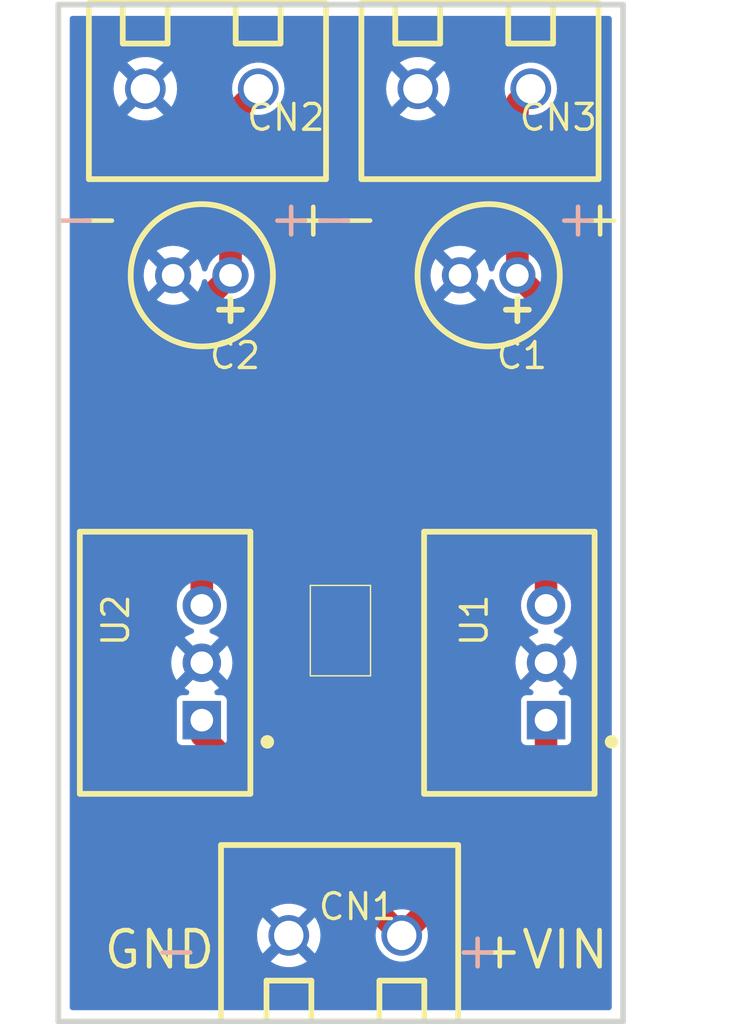
<source format=kicad_pcb>
(kicad_pcb (version 20221018) (generator pcbnew)
  (layers (0 "F.Cu" signal) (31 "B.Cu" signal) (34 "B.Paste" user) (35 "F.Paste" user) (36 "B.SilkS" user "B.Silkscreen") (37 "F.SilkS" user "F.Silkscreen") (38 "B.Mask" user) (39 "F.Mask" user) (44 "Edge.Cuts" user))
  (net 0 "")
  (net 1 "CN1_2")
  (net 2 "CN3_1")
  (net 3 "CN2_1")
  (net 4 "GND")
  (footprint "easyeda:CONN-TH_2P-P5.00_MX126-5.0-GN01-02P-CU-S-A" (layer "F.Cu") (at 133.985 70.866 180)
    (fp_text reference "CN2" (at -1.905 -1.27 180) (layer "F.SilkS") (effects (font (size 1.143 1.143) (thickness 0.152)) (justify left)))
    (fp_text value "MX126-5.0-GN01-02P-CU-S-A" hide)
    (fp_line (start -5.5 -4) (end -5.5 3.8) (stroke (width 0.254)) (layer "F.SilkS"))
    (fp_line (start -5.5 3.8) (end 5 3.8) (stroke (width 0.254)) (layer "F.SilkS"))
    (fp_line (start -3.486 2) (end -1.5 2) (stroke (width 0.254)) (layer "F.SilkS"))
    (fp_line (start -3.486 3.8) (end -3.486 2) (stroke (width 0.254)) (layer "F.SilkS"))
    (fp_line (start -1.5 2) (end -1.5 3.8) (stroke (width 0.254)) (layer "F.SilkS"))
    (fp_line (start 1.513 2) (end 3.5 2) (stroke (width 0.254)) (layer "F.SilkS"))
    (fp_line (start 1.513 3.8) (end 1.513 2) (stroke (width 0.254)) (layer "F.SilkS"))
    (fp_line (start 3.5 2) (end 3.5 3.8) (stroke (width 0.254)) (layer "F.SilkS"))
    (fp_line (start 5 -4) (end -5.5 -4) (stroke (width 0.254)) (layer "F.SilkS"))
    (fp_line (start 5 3.8) (end 5 -4) (stroke (width 0.254)) (layer "F.SilkS"))
    (pad "1" thru_hole circle (at -2.5 0 180) (size 1.8 1.8) (drill 1.3) (layers "*.Cu" "*.Paste" "*.Mask") (net 3 "CN2_1"))
    (pad "2" thru_hole circle (at 2.5 0 180) (size 1.8 1.8) (drill 1.3) (layers "*.Cu" "*.Paste" "*.Mask") (net 4 "GND"))
  )
  (footprint "easyeda:CONN-TH_2P-P5.00_MX126-5.0-GN01-02P-CU-S-A" (layer "F.Cu") (at 146.05 70.866 180)
    (fp_text reference "CN3" (at -1.905 -1.27 180) (layer "F.SilkS") (effects (font (size 1.143 1.143) (thickness 0.152)) (justify left)))
    (fp_text value "MX126-5.0-GN01-02P-CU-S-A" hide)
    (fp_line (start -5.5 -4) (end -5.5 3.8) (stroke (width 0.254)) (layer "F.SilkS"))
    (fp_line (start -5.5 3.8) (end 5 3.8) (stroke (width 0.254)) (layer "F.SilkS"))
    (fp_line (start -3.486 2) (end -1.5 2) (stroke (width 0.254)) (layer "F.SilkS"))
    (fp_line (start -3.486 3.8) (end -3.486 2) (stroke (width 0.254)) (layer "F.SilkS"))
    (fp_line (start -1.5 2) (end -1.5 3.8) (stroke (width 0.254)) (layer "F.SilkS"))
    (fp_line (start 1.513 2) (end 3.5 2) (stroke (width 0.254)) (layer "F.SilkS"))
    (fp_line (start 1.513 3.8) (end 1.513 2) (stroke (width 0.254)) (layer "F.SilkS"))
    (fp_line (start 3.5 2) (end 3.5 3.8) (stroke (width 0.254)) (layer "F.SilkS"))
    (fp_line (start 5 -4) (end -5.5 -4) (stroke (width 0.254)) (layer "F.SilkS"))
    (fp_line (start 5 3.8) (end 5 -4) (stroke (width 0.254)) (layer "F.SilkS"))
    (pad "1" thru_hole circle (at -2.5 0 180) (size 1.8 1.8) (drill 1.3) (layers "*.Cu" "*.Paste" "*.Mask") (net 2 "CN3_1"))
    (pad "2" thru_hole circle (at 2.5 0 180) (size 1.8 1.8) (drill 1.3) (layers "*.Cu" "*.Paste" "*.Mask") (net 4 "GND"))
  )
  (footprint "easyeda:CAP-TH_BD6.3-P2.50-D1.0-FD" (layer "F.Cu") (at 133.985 79.121 180)
    (fp_text reference "C2" (at -0.254 -3.556 180) (layer "F.SilkS") (effects (font (size 1.143 1.143) (thickness 0.152)) (justify left)))
    (fp_text value "100uF" hide)
    (fp_line (start -1.778 -1.524) (end -0.762 -1.524) (stroke (width 0.254)) (layer "F.SilkS"))
    (fp_line (start -1.27 -2.032) (end -1.27 -1.016) (stroke (width 0.254)) (layer "F.SilkS"))
    (fp_circle (center 0 0) (end 3.15 0) (stroke (width 0.254)) (fill none) (layer "F.SilkS"))
    (pad "1" thru_hole circle (at -1.27 0 180) (size 1.6 1.6) (drill 1) (layers "*.Cu" "*.Paste" "*.Mask") (net 3 "CN2_1"))
    (pad "2" thru_hole circle (at 1.27 0 180) (size 1.6 1.6) (drill 1) (layers "*.Cu" "*.Paste" "*.Mask") (net 4 "GND"))
  )
  (footprint "easyeda:PWRM-TH_K78XX-500R3" (layer "F.Cu") (at 133.985 96.266 -90)
    (fp_text reference "U2" (at -0.635 3.81 -90) (layer "F.SilkS") (effects (font (size 1.143 1.143) (thickness 0.152)) (justify left)))
    (fp_text value "K7812-500R3" hide)
    (fp_line (start -5.8 -2.15) (end 5.8 -2.15) (stroke (width 0.254)) (layer "F.SilkS"))
    (fp_line (start -5.8 5.4) (end -5.8 -2.15) (stroke (width 0.254)) (layer "F.SilkS"))
    (fp_line (start 5.8 -2.15) (end 5.8 5.4) (stroke (width 0.254)) (layer "F.SilkS"))
    (fp_line (start 5.8 5.4) (end -5.8 5.4) (stroke (width 0.254)) (layer "F.SilkS"))
    (fp_circle (center 3.5 -2.9) (end 3.65 -2.9) (stroke (width 0.3)) (fill none) (layer "F.SilkS"))
    (pad "1" thru_hole rect (at 2.54 0 90) (size 1.7 1.7) (drill 1) (layers "*.Cu" "*.Paste" "*.Mask") (net 1 "CN1_2"))
    (pad "2" thru_hole circle (at 0 0 90) (size 1.7 1.7) (drill 1) (layers "*.Cu" "*.Paste" "*.Mask") (net 4 "GND"))
    (pad "3" thru_hole circle (at -2.54 0 90) (size 1.7 1.7) (drill 1) (layers "*.Cu" "*.Paste" "*.Mask") (net 3 "CN2_1"))
  )
  (footprint "easyeda:CAP-TH_BD6.3-P2.50-D1.0-FD" (layer "F.Cu") (at 146.685 79.121 180)
    (fp_text reference "C1" (at -0.254 -3.556 180) (layer "F.SilkS") (effects (font (size 1.143 1.143) (thickness 0.152)) (justify left)))
    (fp_text value "100uF" hide)
    (fp_line (start -1.778 -1.524) (end -0.762 -1.524) (stroke (width 0.254)) (layer "F.SilkS"))
    (fp_line (start -1.27 -2.032) (end -1.27 -1.016) (stroke (width 0.254)) (layer "F.SilkS"))
    (fp_circle (center 0 0) (end 3.15 0) (stroke (width 0.254)) (fill none) (layer "F.SilkS"))
    (pad "1" thru_hole circle (at -1.27 0 180) (size 1.6 1.6) (drill 1) (layers "*.Cu" "*.Paste" "*.Mask") (net 2 "CN3_1"))
    (pad "2" thru_hole circle (at 1.27 0 180) (size 1.6 1.6) (drill 1) (layers "*.Cu" "*.Paste" "*.Mask") (net 4 "GND"))
  )
  (footprint "easyeda:CONN-TH_2P-P5.00_MX126-5.0-GN01-02P-CU-S-A" (layer "F.Cu") (at 140.335 108.331)
    (fp_text reference "CN1" (at -1.27 -1.27) (layer "F.SilkS") (effects (font (size 1.143 1.143) (thickness 0.152)) (justify left)))
    (fp_text value "MX126-5.0-GN01-02P-CU-S-A" hide)
    (fp_line (start -5.5 -4) (end -5.5 3.8) (stroke (width 0.254)) (layer "F.SilkS"))
    (fp_line (start -5.5 3.8) (end 5 3.8) (stroke (width 0.254)) (layer "F.SilkS"))
    (fp_line (start -3.486 2) (end -1.5 2) (stroke (width 0.254)) (layer "F.SilkS"))
    (fp_line (start -3.486 3.8) (end -3.486 2) (stroke (width 0.254)) (layer "F.SilkS"))
    (fp_line (start -1.5 2) (end -1.5 3.8) (stroke (width 0.254)) (layer "F.SilkS"))
    (fp_line (start 1.513 2) (end 3.5 2) (stroke (width 0.254)) (layer "F.SilkS"))
    (fp_line (start 1.513 3.8) (end 1.513 2) (stroke (width 0.254)) (layer "F.SilkS"))
    (fp_line (start 3.5 2) (end 3.5 3.8) (stroke (width 0.254)) (layer "F.SilkS"))
    (fp_line (start 5 -4) (end -5.5 -4) (stroke (width 0.254)) (layer "F.SilkS"))
    (fp_line (start 5 3.8) (end 5 -4) (stroke (width 0.254)) (layer "F.SilkS"))
    (pad "1" thru_hole circle (at -2.5 0) (size 1.8 1.8) (drill 1.3) (layers "*.Cu" "*.Paste" "*.Mask") (net 4 "GND"))
    (pad "2" thru_hole circle (at 2.5 0) (size 1.8 1.8) (drill 1.3) (layers "*.Cu" "*.Paste" "*.Mask") (net 1 "CN1_2"))
  )
  (footprint "easyeda:PWRM-TH_K78XX-500R3" (layer "F.Cu") (at 149.225 96.266 -90)
    (fp_text reference "U1" (at -0.635 3.175 -90) (layer "F.SilkS") (effects (font (size 1.143 1.143) (thickness 0.152)) (justify left)))
    (fp_text value "K7805-500R3" hide)
    (fp_line (start -5.8 -2.15) (end 5.8 -2.15) (stroke (width 0.254)) (layer "F.SilkS"))
    (fp_line (start -5.8 5.4) (end -5.8 -2.15) (stroke (width 0.254)) (layer "F.SilkS"))
    (fp_line (start 5.8 -2.15) (end 5.8 5.4) (stroke (width 0.254)) (layer "F.SilkS"))
    (fp_line (start 5.8 5.4) (end -5.8 5.4) (stroke (width 0.254)) (layer "F.SilkS"))
    (fp_circle (center 3.5 -2.9) (end 3.65 -2.9) (stroke (width 0.3)) (fill none) (layer "F.SilkS"))
    (pad "1" thru_hole rect (at 2.54 0 90) (size 1.7 1.7) (drill 1) (layers "*.Cu" "*.Paste" "*.Mask") (net 1 "CN1_2"))
    (pad "2" thru_hole circle (at 0 0 90) (size 1.7 1.7) (drill 1) (layers "*.Cu" "*.Paste" "*.Mask") (net 4 "GND"))
    (pad "3" thru_hole circle (at -2.54 0 90) (size 1.7 1.7) (drill 1) (layers "*.Cu" "*.Paste" "*.Mask") (net 2 "CN3_1"))
  )
  (gr_line (start 127.635 67.141) (end 152.635 67.141) (stroke (width 0.254)) (layer "Edge.Cuts"))
  (gr_line (start 152.635 67.141) (end 152.635 112.141) (stroke (width 0.254)) (layer "Edge.Cuts"))
  (gr_line (start 152.635 112.141) (end 127.635 112.141) (stroke (width 0.254)) (layer "Edge.Cuts"))
  (gr_line (start 127.635 112.141) (end 127.635 67.141) (stroke (width 0.254)) (layer "Edge.Cuts"))
  (gr_text "+" (at 139.065 76.581) (layer "B.SilkS") (effects (font (size 1.6 1.6) (thickness 0.203)) (justify left mirror)))
  (gr_text "-" (at 133.985 108.966) (layer "B.SilkS") (effects (font (size 1.6 1.6) (thickness 0.203)) (justify left mirror)))
  (gr_text "-" (at 129.54 76.581) (layer "B.SilkS") (effects (font (size 1.6 1.6) (thickness 0.203)) (justify left mirror)))
  (gr_text "+" (at 151.765 76.581) (layer "B.SilkS") (effects (font (size 1.6 1.6) (thickness 0.203)) (justify left mirror)))
  (gr_text "-" (at 140.97 76.581) (layer "B.SilkS") (effects (font (size 1.6 1.6) (thickness 0.203)) (justify left mirror)))
  (gr_text "+" (at 147.32 108.966) (layer "B.SilkS") (effects (font (size 1.6 1.6) (thickness 0.203)) (justify left mirror)))
  (gr_text "-" (at 128.27 76.581) (layer "F.SilkS") (effects (font (size 1.6 1.6) (thickness 0.203)) (justify left)))
  (gr_text "GND" (at 129.54 108.966) (layer "F.SilkS") (effects (font (size 1.6 1.6) (thickness 0.203)) (justify left)))
  (gr_text "-" (at 139.7 76.581) (layer "F.SilkS") (effects (font (size 1.6 1.6) (thickness 0.203)) (justify left)))
  (gr_text "+VIN" (at 146.05 108.966) (layer "F.SilkS") (effects (font (size 1.6 1.6) (thickness 0.203)) (justify left)))
  (gr_text "⬆" (at 137.795 94.996) (layer "F.SilkS") (effects (font (size 4 4) (thickness 0.061)) (justify left)))
  (gr_text "+" (at 137.795 76.581) (layer "F.SilkS") (effects (font (size 1.6 1.6) (thickness 0.203)) (justify left)))
  (gr_text "+" (at 150.495 76.581) (layer "F.SilkS") (effects (font (size 1.6 1.6) (thickness 0.203)) (justify left)))
  (segment (start 133.985 99.481) (end 133.985 98.806) (width 1) (layer "F.Cu") (net 1))
  (segment (start 142.835 108.331) (end 133.985 99.481) (width 1) (layer "F.Cu") (net 1))
  (segment (start 149.225 101.941) (end 149.225 98.806) (width 1) (layer "F.Cu") (net 1))
  (segment (start 142.835 108.331) (end 149.225 101.941) (width 1) (layer "F.Cu") (net 1))
  (segment (start 149.225 93.726) (end 149.225 80.391) (width 1) (layer "F.Cu") (net 2))
  (segment (start 147.955 79.121) (end 147.955 71.461) (width 1) (layer "F.Cu") (net 2))
  (segment (start 149.225 80.391) (end 147.955 79.121) (width 1) (layer "F.Cu") (net 2))
  (segment (start 147.955 71.461) (end 148.55 70.866) (width 1) (layer "F.Cu") (net 2))
  (segment (start 135.255 79.121) (end 135.255 72.096) (width 1) (layer "F.Cu") (net 3))
  (segment (start 133.985 93.726) (end 133.985 80.391) (width 1) (layer "F.Cu") (net 3))
  (segment (start 135.255 72.096) (end 136.485 70.866) (width 1) (layer "F.Cu") (net 3))
  (segment (start 133.985 80.391) (end 135.255 79.121) (width 1) (layer "F.Cu") (net 3))
  (zone (net 4) (net_name "GND") (layer "B.Cu") (connect_pads (clearance 0.254)) (min_thickness 0.25) (fill yes (thermal_gap 0.5) (thermal_bridge_width 0.5))
    (polygon (pts (xy 127.889 67.437) (xy 152.4 67.437) (xy 152.4 111.76) (xy 127.889 111.76)))
  )
)
</source>
